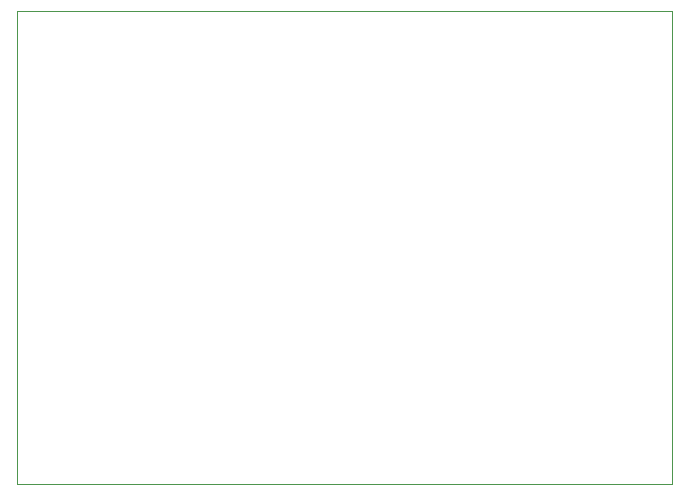
<source format=gbr>
%TF.GenerationSoftware,KiCad,Pcbnew,(5.1.6)-1*%
%TF.CreationDate,2022-06-29T11:00:20-07:00*%
%TF.ProjectId,ESP32 Adapter Board,45535033-3220-4416-9461-707465722042,rev?*%
%TF.SameCoordinates,Original*%
%TF.FileFunction,Profile,NP*%
%FSLAX46Y46*%
G04 Gerber Fmt 4.6, Leading zero omitted, Abs format (unit mm)*
G04 Created by KiCad (PCBNEW (5.1.6)-1) date 2022-06-29 11:00:20*
%MOMM*%
%LPD*%
G01*
G04 APERTURE LIST*
%TA.AperFunction,Profile*%
%ADD10C,0.050000*%
%TD*%
G04 APERTURE END LIST*
D10*
X139000000Y-92500000D02*
X194500000Y-92500000D01*
X139000000Y-52500000D02*
X139000000Y-92500000D01*
X194500000Y-52500000D02*
X139000000Y-52500000D01*
X194500000Y-92500000D02*
X194500000Y-52500000D01*
M02*

</source>
